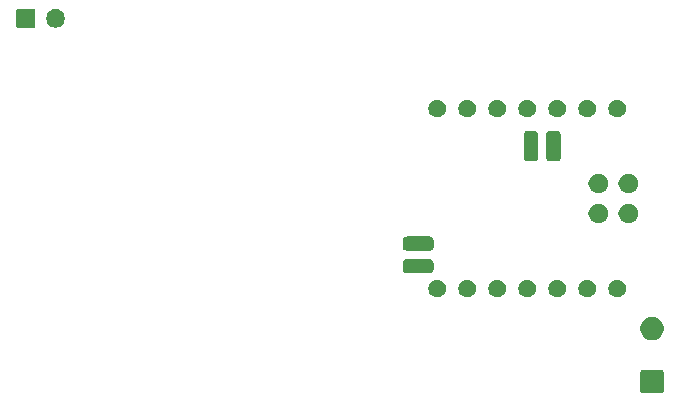
<source format=gbs>
G04 #@! TF.GenerationSoftware,KiCad,Pcbnew,9.0.3*
G04 #@! TF.CreationDate,2025-09-22T20:46:45+01:00*
G04 #@! TF.ProjectId,led_matrix,6c65645f-6d61-4747-9269-782e6b696361,rev?*
G04 #@! TF.SameCoordinates,Original*
G04 #@! TF.FileFunction,Soldermask,Bot*
G04 #@! TF.FilePolarity,Negative*
%FSLAX46Y46*%
G04 Gerber Fmt 4.6, Leading zero omitted, Abs format (unit mm)*
G04 Created by KiCad (PCBNEW 9.0.3) date 2025-09-22 20:46:45*
%MOMM*%
%LPD*%
G01*
G04 APERTURE LIST*
G04 APERTURE END LIST*
G36*
X85504850Y-144500964D02*
G01*
X85555040Y-144506787D01*
X85572189Y-144514359D01*
X85595671Y-144519030D01*
X85620810Y-144535827D01*
X85640696Y-144544608D01*
X85654277Y-144558189D01*
X85676777Y-144573223D01*
X85691810Y-144595722D01*
X85705391Y-144609303D01*
X85714170Y-144629186D01*
X85730970Y-144654329D01*
X85735641Y-144677812D01*
X85743212Y-144694959D01*
X85749033Y-144745139D01*
X85750000Y-144750000D01*
X85750000Y-146250000D01*
X85749032Y-146254863D01*
X85743212Y-146305040D01*
X85735641Y-146322185D01*
X85730970Y-146345671D01*
X85714169Y-146370815D01*
X85705391Y-146390696D01*
X85691812Y-146404274D01*
X85676777Y-146426777D01*
X85654274Y-146441812D01*
X85640696Y-146455391D01*
X85620815Y-146464169D01*
X85595671Y-146480970D01*
X85572185Y-146485641D01*
X85555040Y-146493212D01*
X85504861Y-146499032D01*
X85500000Y-146500000D01*
X84000000Y-146500000D01*
X83995138Y-146499032D01*
X83944959Y-146493212D01*
X83927812Y-146485641D01*
X83904329Y-146480970D01*
X83879186Y-146464170D01*
X83859303Y-146455391D01*
X83845722Y-146441810D01*
X83823223Y-146426777D01*
X83808189Y-146404277D01*
X83794608Y-146390696D01*
X83785827Y-146370810D01*
X83769030Y-146345671D01*
X83764359Y-146322189D01*
X83756787Y-146305040D01*
X83750964Y-146254849D01*
X83750000Y-146250000D01*
X83750000Y-144750000D01*
X83750964Y-144745150D01*
X83756787Y-144694959D01*
X83764359Y-144677808D01*
X83769030Y-144654329D01*
X83785826Y-144629191D01*
X83794608Y-144609303D01*
X83808191Y-144595719D01*
X83823223Y-144573223D01*
X83845719Y-144558191D01*
X83859303Y-144544608D01*
X83879191Y-144535826D01*
X83904329Y-144519030D01*
X83927808Y-144514359D01*
X83944959Y-144506787D01*
X83995151Y-144500964D01*
X84000000Y-144500000D01*
X85500000Y-144500000D01*
X85504850Y-144500964D01*
G37*
G36*
X85040285Y-140043060D02*
G01*
X85221397Y-140118079D01*
X85384393Y-140226990D01*
X85523010Y-140365607D01*
X85631921Y-140528603D01*
X85706940Y-140709715D01*
X85745185Y-140901983D01*
X85745185Y-141098017D01*
X85706940Y-141290285D01*
X85631921Y-141471397D01*
X85523010Y-141634393D01*
X85384393Y-141773010D01*
X85221397Y-141881921D01*
X85040285Y-141956940D01*
X84848017Y-141995185D01*
X84651983Y-141995185D01*
X84459715Y-141956940D01*
X84278603Y-141881921D01*
X84115607Y-141773010D01*
X83976990Y-141634393D01*
X83868079Y-141471397D01*
X83793060Y-141290285D01*
X83754815Y-141098017D01*
X83754815Y-140901983D01*
X83793060Y-140709715D01*
X83868079Y-140528603D01*
X83976990Y-140365607D01*
X84115607Y-140226990D01*
X84278603Y-140118079D01*
X84459715Y-140043060D01*
X84651983Y-140004815D01*
X84848017Y-140004815D01*
X85040285Y-140043060D01*
G37*
G36*
X66785397Y-136890811D02*
G01*
X66923404Y-136947976D01*
X67047608Y-137030966D01*
X67153234Y-137136592D01*
X67236224Y-137260796D01*
X67293389Y-137398803D01*
X67322531Y-137545311D01*
X67322531Y-137694689D01*
X67293389Y-137841197D01*
X67236224Y-137979204D01*
X67153234Y-138103408D01*
X67047608Y-138209034D01*
X66923404Y-138292024D01*
X66785397Y-138349189D01*
X66638889Y-138378331D01*
X66489511Y-138378331D01*
X66343003Y-138349189D01*
X66204996Y-138292024D01*
X66080792Y-138209034D01*
X65975166Y-138103408D01*
X65892176Y-137979204D01*
X65835011Y-137841197D01*
X65805869Y-137694689D01*
X65805869Y-137545311D01*
X65835011Y-137398803D01*
X65892176Y-137260796D01*
X65975166Y-137136592D01*
X66080792Y-137030966D01*
X66204996Y-136947976D01*
X66343003Y-136890811D01*
X66489511Y-136861669D01*
X66638889Y-136861669D01*
X66785397Y-136890811D01*
G37*
G36*
X69325397Y-136890811D02*
G01*
X69463404Y-136947976D01*
X69587608Y-137030966D01*
X69693234Y-137136592D01*
X69776224Y-137260796D01*
X69833389Y-137398803D01*
X69862531Y-137545311D01*
X69862531Y-137694689D01*
X69833389Y-137841197D01*
X69776224Y-137979204D01*
X69693234Y-138103408D01*
X69587608Y-138209034D01*
X69463404Y-138292024D01*
X69325397Y-138349189D01*
X69178889Y-138378331D01*
X69029511Y-138378331D01*
X68883003Y-138349189D01*
X68744996Y-138292024D01*
X68620792Y-138209034D01*
X68515166Y-138103408D01*
X68432176Y-137979204D01*
X68375011Y-137841197D01*
X68345869Y-137694689D01*
X68345869Y-137545311D01*
X68375011Y-137398803D01*
X68432176Y-137260796D01*
X68515166Y-137136592D01*
X68620792Y-137030966D01*
X68744996Y-136947976D01*
X68883003Y-136890811D01*
X69029511Y-136861669D01*
X69178889Y-136861669D01*
X69325397Y-136890811D01*
G37*
G36*
X71865397Y-136890811D02*
G01*
X72003404Y-136947976D01*
X72127608Y-137030966D01*
X72233234Y-137136592D01*
X72316224Y-137260796D01*
X72373389Y-137398803D01*
X72402531Y-137545311D01*
X72402531Y-137694689D01*
X72373389Y-137841197D01*
X72316224Y-137979204D01*
X72233234Y-138103408D01*
X72127608Y-138209034D01*
X72003404Y-138292024D01*
X71865397Y-138349189D01*
X71718889Y-138378331D01*
X71569511Y-138378331D01*
X71423003Y-138349189D01*
X71284996Y-138292024D01*
X71160792Y-138209034D01*
X71055166Y-138103408D01*
X70972176Y-137979204D01*
X70915011Y-137841197D01*
X70885869Y-137694689D01*
X70885869Y-137545311D01*
X70915011Y-137398803D01*
X70972176Y-137260796D01*
X71055166Y-137136592D01*
X71160792Y-137030966D01*
X71284996Y-136947976D01*
X71423003Y-136890811D01*
X71569511Y-136861669D01*
X71718889Y-136861669D01*
X71865397Y-136890811D01*
G37*
G36*
X74405397Y-136890811D02*
G01*
X74543404Y-136947976D01*
X74667608Y-137030966D01*
X74773234Y-137136592D01*
X74856224Y-137260796D01*
X74913389Y-137398803D01*
X74942531Y-137545311D01*
X74942531Y-137694689D01*
X74913389Y-137841197D01*
X74856224Y-137979204D01*
X74773234Y-138103408D01*
X74667608Y-138209034D01*
X74543404Y-138292024D01*
X74405397Y-138349189D01*
X74258889Y-138378331D01*
X74109511Y-138378331D01*
X73963003Y-138349189D01*
X73824996Y-138292024D01*
X73700792Y-138209034D01*
X73595166Y-138103408D01*
X73512176Y-137979204D01*
X73455011Y-137841197D01*
X73425869Y-137694689D01*
X73425869Y-137545311D01*
X73455011Y-137398803D01*
X73512176Y-137260796D01*
X73595166Y-137136592D01*
X73700792Y-137030966D01*
X73824996Y-136947976D01*
X73963003Y-136890811D01*
X74109511Y-136861669D01*
X74258889Y-136861669D01*
X74405397Y-136890811D01*
G37*
G36*
X76945397Y-136890811D02*
G01*
X77083404Y-136947976D01*
X77207608Y-137030966D01*
X77313234Y-137136592D01*
X77396224Y-137260796D01*
X77453389Y-137398803D01*
X77482531Y-137545311D01*
X77482531Y-137694689D01*
X77453389Y-137841197D01*
X77396224Y-137979204D01*
X77313234Y-138103408D01*
X77207608Y-138209034D01*
X77083404Y-138292024D01*
X76945397Y-138349189D01*
X76798889Y-138378331D01*
X76649511Y-138378331D01*
X76503003Y-138349189D01*
X76364996Y-138292024D01*
X76240792Y-138209034D01*
X76135166Y-138103408D01*
X76052176Y-137979204D01*
X75995011Y-137841197D01*
X75965869Y-137694689D01*
X75965869Y-137545311D01*
X75995011Y-137398803D01*
X76052176Y-137260796D01*
X76135166Y-137136592D01*
X76240792Y-137030966D01*
X76364996Y-136947976D01*
X76503003Y-136890811D01*
X76649511Y-136861669D01*
X76798889Y-136861669D01*
X76945397Y-136890811D01*
G37*
G36*
X79485397Y-136890811D02*
G01*
X79623404Y-136947976D01*
X79747608Y-137030966D01*
X79853234Y-137136592D01*
X79936224Y-137260796D01*
X79993389Y-137398803D01*
X80022531Y-137545311D01*
X80022531Y-137694689D01*
X79993389Y-137841197D01*
X79936224Y-137979204D01*
X79853234Y-138103408D01*
X79747608Y-138209034D01*
X79623404Y-138292024D01*
X79485397Y-138349189D01*
X79338889Y-138378331D01*
X79189511Y-138378331D01*
X79043003Y-138349189D01*
X78904996Y-138292024D01*
X78780792Y-138209034D01*
X78675166Y-138103408D01*
X78592176Y-137979204D01*
X78535011Y-137841197D01*
X78505869Y-137694689D01*
X78505869Y-137545311D01*
X78535011Y-137398803D01*
X78592176Y-137260796D01*
X78675166Y-137136592D01*
X78780792Y-137030966D01*
X78904996Y-136947976D01*
X79043003Y-136890811D01*
X79189511Y-136861669D01*
X79338889Y-136861669D01*
X79485397Y-136890811D01*
G37*
G36*
X82025397Y-136890811D02*
G01*
X82163404Y-136947976D01*
X82287608Y-137030966D01*
X82393234Y-137136592D01*
X82476224Y-137260796D01*
X82533389Y-137398803D01*
X82562531Y-137545311D01*
X82562531Y-137694689D01*
X82533389Y-137841197D01*
X82476224Y-137979204D01*
X82393234Y-138103408D01*
X82287608Y-138209034D01*
X82163404Y-138292024D01*
X82025397Y-138349189D01*
X81878889Y-138378331D01*
X81729511Y-138378331D01*
X81583003Y-138349189D01*
X81444996Y-138292024D01*
X81320792Y-138209034D01*
X81215166Y-138103408D01*
X81132176Y-137979204D01*
X81075011Y-137841197D01*
X81045869Y-137694689D01*
X81045869Y-137545311D01*
X81075011Y-137398803D01*
X81132176Y-137260796D01*
X81215166Y-137136592D01*
X81320792Y-137030966D01*
X81444996Y-136947976D01*
X81583003Y-136890811D01*
X81729511Y-136861669D01*
X81878889Y-136861669D01*
X82025397Y-136890811D01*
G37*
G36*
X66010623Y-135125301D02*
G01*
X66016294Y-135127945D01*
X66018452Y-135128260D01*
X66049125Y-135143254D01*
X66113171Y-135173120D01*
X66193180Y-135253129D01*
X66223055Y-135317197D01*
X66238039Y-135347847D01*
X66238353Y-135350002D01*
X66240999Y-135355677D01*
X66252100Y-135440000D01*
X66252100Y-135990000D01*
X66240999Y-136074323D01*
X66238352Y-136079997D01*
X66238039Y-136082152D01*
X66223065Y-136112780D01*
X66193180Y-136176871D01*
X66113171Y-136256880D01*
X66049080Y-136286765D01*
X66018452Y-136301739D01*
X66016297Y-136302052D01*
X66010623Y-136304699D01*
X65926300Y-136315800D01*
X63976300Y-136315800D01*
X63891977Y-136304699D01*
X63886302Y-136302053D01*
X63884147Y-136301739D01*
X63853497Y-136286755D01*
X63789429Y-136256880D01*
X63709420Y-136176871D01*
X63679554Y-136112825D01*
X63664560Y-136082152D01*
X63664245Y-136079994D01*
X63661601Y-136074323D01*
X63650500Y-135990000D01*
X63650500Y-135440000D01*
X63661601Y-135355677D01*
X63664245Y-135350006D01*
X63664560Y-135347847D01*
X63679564Y-135317153D01*
X63709420Y-135253129D01*
X63789429Y-135173120D01*
X63853453Y-135143264D01*
X63884147Y-135128260D01*
X63886306Y-135127945D01*
X63891977Y-135125301D01*
X63976300Y-135114200D01*
X65926300Y-135114200D01*
X66010623Y-135125301D01*
G37*
G36*
X66010623Y-133220301D02*
G01*
X66016294Y-133222945D01*
X66018452Y-133223260D01*
X66049125Y-133238254D01*
X66113171Y-133268120D01*
X66193180Y-133348129D01*
X66223055Y-133412197D01*
X66238039Y-133442847D01*
X66238353Y-133445002D01*
X66240999Y-133450677D01*
X66252100Y-133535000D01*
X66252100Y-134085000D01*
X66240999Y-134169323D01*
X66238352Y-134174997D01*
X66238039Y-134177152D01*
X66223065Y-134207780D01*
X66193180Y-134271871D01*
X66113171Y-134351880D01*
X66049080Y-134381765D01*
X66018452Y-134396739D01*
X66016297Y-134397052D01*
X66010623Y-134399699D01*
X65926300Y-134410800D01*
X63976300Y-134410800D01*
X63891977Y-134399699D01*
X63886302Y-134397053D01*
X63884147Y-134396739D01*
X63853497Y-134381755D01*
X63789429Y-134351880D01*
X63709420Y-134271871D01*
X63679554Y-134207825D01*
X63664560Y-134177152D01*
X63664245Y-134174994D01*
X63661601Y-134169323D01*
X63650500Y-134085000D01*
X63650500Y-133535000D01*
X63661601Y-133450677D01*
X63664245Y-133445006D01*
X63664560Y-133442847D01*
X63679564Y-133412153D01*
X63709420Y-133348129D01*
X63789429Y-133268120D01*
X63853453Y-133238264D01*
X63884147Y-133223260D01*
X63886306Y-133222945D01*
X63891977Y-133220301D01*
X63976300Y-133209200D01*
X65926300Y-133209200D01*
X66010623Y-133220301D01*
G37*
G36*
X80463442Y-130456601D02*
G01*
X80617387Y-130520367D01*
X80755934Y-130612941D01*
X80873759Y-130730766D01*
X80966333Y-130869313D01*
X81030099Y-131023258D01*
X81062607Y-131186685D01*
X81062607Y-131353315D01*
X81030099Y-131516742D01*
X80966333Y-131670687D01*
X80873759Y-131809234D01*
X80755934Y-131927059D01*
X80617387Y-132019633D01*
X80463442Y-132083399D01*
X80300015Y-132115907D01*
X80133385Y-132115907D01*
X79969958Y-132083399D01*
X79816013Y-132019633D01*
X79677466Y-131927059D01*
X79559641Y-131809234D01*
X79467067Y-131670687D01*
X79403301Y-131516742D01*
X79370793Y-131353315D01*
X79370793Y-131186685D01*
X79403301Y-131023258D01*
X79467067Y-130869313D01*
X79559641Y-130730766D01*
X79677466Y-130612941D01*
X79816013Y-130520367D01*
X79969958Y-130456601D01*
X80133385Y-130424093D01*
X80300015Y-130424093D01*
X80463442Y-130456601D01*
G37*
G36*
X83003442Y-130456601D02*
G01*
X83157387Y-130520367D01*
X83295934Y-130612941D01*
X83413759Y-130730766D01*
X83506333Y-130869313D01*
X83570099Y-131023258D01*
X83602607Y-131186685D01*
X83602607Y-131353315D01*
X83570099Y-131516742D01*
X83506333Y-131670687D01*
X83413759Y-131809234D01*
X83295934Y-131927059D01*
X83157387Y-132019633D01*
X83003442Y-132083399D01*
X82840015Y-132115907D01*
X82673385Y-132115907D01*
X82509958Y-132083399D01*
X82356013Y-132019633D01*
X82217466Y-131927059D01*
X82099641Y-131809234D01*
X82007067Y-131670687D01*
X81943301Y-131516742D01*
X81910793Y-131353315D01*
X81910793Y-131186685D01*
X81943301Y-131023258D01*
X82007067Y-130869313D01*
X82099641Y-130730766D01*
X82217466Y-130612941D01*
X82356013Y-130520367D01*
X82509958Y-130456601D01*
X82673385Y-130424093D01*
X82840015Y-130424093D01*
X83003442Y-130456601D01*
G37*
G36*
X80463442Y-127916601D02*
G01*
X80617387Y-127980367D01*
X80755934Y-128072941D01*
X80873759Y-128190766D01*
X80966333Y-128329313D01*
X81030099Y-128483258D01*
X81062607Y-128646685D01*
X81062607Y-128813315D01*
X81030099Y-128976742D01*
X80966333Y-129130687D01*
X80873759Y-129269234D01*
X80755934Y-129387059D01*
X80617387Y-129479633D01*
X80463442Y-129543399D01*
X80300015Y-129575907D01*
X80133385Y-129575907D01*
X79969958Y-129543399D01*
X79816013Y-129479633D01*
X79677466Y-129387059D01*
X79559641Y-129269234D01*
X79467067Y-129130687D01*
X79403301Y-128976742D01*
X79370793Y-128813315D01*
X79370793Y-128646685D01*
X79403301Y-128483258D01*
X79467067Y-128329313D01*
X79559641Y-128190766D01*
X79677466Y-128072941D01*
X79816013Y-127980367D01*
X79969958Y-127916601D01*
X80133385Y-127884093D01*
X80300015Y-127884093D01*
X80463442Y-127916601D01*
G37*
G36*
X83003442Y-127916601D02*
G01*
X83157387Y-127980367D01*
X83295934Y-128072941D01*
X83413759Y-128190766D01*
X83506333Y-128329313D01*
X83570099Y-128483258D01*
X83602607Y-128646685D01*
X83602607Y-128813315D01*
X83570099Y-128976742D01*
X83506333Y-129130687D01*
X83413759Y-129269234D01*
X83295934Y-129387059D01*
X83157387Y-129479633D01*
X83003442Y-129543399D01*
X82840015Y-129575907D01*
X82673385Y-129575907D01*
X82509958Y-129543399D01*
X82356013Y-129479633D01*
X82217466Y-129387059D01*
X82099641Y-129269234D01*
X82007067Y-129130687D01*
X81943301Y-128976742D01*
X81910793Y-128813315D01*
X81910793Y-128646685D01*
X81943301Y-128483258D01*
X82007067Y-128329313D01*
X82099641Y-128190766D01*
X82217466Y-128072941D01*
X82356013Y-127980367D01*
X82509958Y-127916601D01*
X82673385Y-127884093D01*
X82840015Y-127884093D01*
X83003442Y-127916601D01*
G37*
G36*
X74861023Y-124265301D02*
G01*
X74866694Y-124267945D01*
X74868852Y-124268260D01*
X74899525Y-124283254D01*
X74963571Y-124313120D01*
X75043580Y-124393129D01*
X75073455Y-124457197D01*
X75088439Y-124487847D01*
X75088753Y-124490002D01*
X75091399Y-124495677D01*
X75102500Y-124580000D01*
X75102500Y-126530000D01*
X75091399Y-126614323D01*
X75088752Y-126619997D01*
X75088439Y-126622152D01*
X75073465Y-126652780D01*
X75043580Y-126716871D01*
X74963571Y-126796880D01*
X74899480Y-126826765D01*
X74868852Y-126841739D01*
X74866697Y-126842052D01*
X74861023Y-126844699D01*
X74776700Y-126855800D01*
X74226700Y-126855800D01*
X74142377Y-126844699D01*
X74136702Y-126842053D01*
X74134547Y-126841739D01*
X74103897Y-126826755D01*
X74039829Y-126796880D01*
X73959820Y-126716871D01*
X73929954Y-126652825D01*
X73914960Y-126622152D01*
X73914645Y-126619994D01*
X73912001Y-126614323D01*
X73900900Y-126530000D01*
X73900900Y-124580000D01*
X73912001Y-124495677D01*
X73914645Y-124490006D01*
X73914960Y-124487847D01*
X73929964Y-124457153D01*
X73959820Y-124393129D01*
X74039829Y-124313120D01*
X74103853Y-124283264D01*
X74134547Y-124268260D01*
X74136706Y-124267945D01*
X74142377Y-124265301D01*
X74226700Y-124254200D01*
X74776700Y-124254200D01*
X74861023Y-124265301D01*
G37*
G36*
X76766023Y-124265301D02*
G01*
X76771694Y-124267945D01*
X76773852Y-124268260D01*
X76804525Y-124283254D01*
X76868571Y-124313120D01*
X76948580Y-124393129D01*
X76978455Y-124457197D01*
X76993439Y-124487847D01*
X76993753Y-124490002D01*
X76996399Y-124495677D01*
X77007500Y-124580000D01*
X77007500Y-126530000D01*
X76996399Y-126614323D01*
X76993752Y-126619997D01*
X76993439Y-126622152D01*
X76978465Y-126652780D01*
X76948580Y-126716871D01*
X76868571Y-126796880D01*
X76804480Y-126826765D01*
X76773852Y-126841739D01*
X76771697Y-126842052D01*
X76766023Y-126844699D01*
X76681700Y-126855800D01*
X76131700Y-126855800D01*
X76047377Y-126844699D01*
X76041702Y-126842053D01*
X76039547Y-126841739D01*
X76008897Y-126826755D01*
X75944829Y-126796880D01*
X75864820Y-126716871D01*
X75834954Y-126652825D01*
X75819960Y-126622152D01*
X75819645Y-126619994D01*
X75817001Y-126614323D01*
X75805900Y-126530000D01*
X75805900Y-124580000D01*
X75817001Y-124495677D01*
X75819645Y-124490006D01*
X75819960Y-124487847D01*
X75834964Y-124457153D01*
X75864820Y-124393129D01*
X75944829Y-124313120D01*
X76008853Y-124283264D01*
X76039547Y-124268260D01*
X76041706Y-124267945D01*
X76047377Y-124265301D01*
X76131700Y-124254200D01*
X76681700Y-124254200D01*
X76766023Y-124265301D01*
G37*
G36*
X66785397Y-121650811D02*
G01*
X66923404Y-121707976D01*
X67047608Y-121790966D01*
X67153234Y-121896592D01*
X67236224Y-122020796D01*
X67293389Y-122158803D01*
X67322531Y-122305311D01*
X67322531Y-122454689D01*
X67293389Y-122601197D01*
X67236224Y-122739204D01*
X67153234Y-122863408D01*
X67047608Y-122969034D01*
X66923404Y-123052024D01*
X66785397Y-123109189D01*
X66638889Y-123138331D01*
X66489511Y-123138331D01*
X66343003Y-123109189D01*
X66204996Y-123052024D01*
X66080792Y-122969034D01*
X65975166Y-122863408D01*
X65892176Y-122739204D01*
X65835011Y-122601197D01*
X65805869Y-122454689D01*
X65805869Y-122305311D01*
X65835011Y-122158803D01*
X65892176Y-122020796D01*
X65975166Y-121896592D01*
X66080792Y-121790966D01*
X66204996Y-121707976D01*
X66343003Y-121650811D01*
X66489511Y-121621669D01*
X66638889Y-121621669D01*
X66785397Y-121650811D01*
G37*
G36*
X69325397Y-121650811D02*
G01*
X69463404Y-121707976D01*
X69587608Y-121790966D01*
X69693234Y-121896592D01*
X69776224Y-122020796D01*
X69833389Y-122158803D01*
X69862531Y-122305311D01*
X69862531Y-122454689D01*
X69833389Y-122601197D01*
X69776224Y-122739204D01*
X69693234Y-122863408D01*
X69587608Y-122969034D01*
X69463404Y-123052024D01*
X69325397Y-123109189D01*
X69178889Y-123138331D01*
X69029511Y-123138331D01*
X68883003Y-123109189D01*
X68744996Y-123052024D01*
X68620792Y-122969034D01*
X68515166Y-122863408D01*
X68432176Y-122739204D01*
X68375011Y-122601197D01*
X68345869Y-122454689D01*
X68345869Y-122305311D01*
X68375011Y-122158803D01*
X68432176Y-122020796D01*
X68515166Y-121896592D01*
X68620792Y-121790966D01*
X68744996Y-121707976D01*
X68883003Y-121650811D01*
X69029511Y-121621669D01*
X69178889Y-121621669D01*
X69325397Y-121650811D01*
G37*
G36*
X71865397Y-121650811D02*
G01*
X72003404Y-121707976D01*
X72127608Y-121790966D01*
X72233234Y-121896592D01*
X72316224Y-122020796D01*
X72373389Y-122158803D01*
X72402531Y-122305311D01*
X72402531Y-122454689D01*
X72373389Y-122601197D01*
X72316224Y-122739204D01*
X72233234Y-122863408D01*
X72127608Y-122969034D01*
X72003404Y-123052024D01*
X71865397Y-123109189D01*
X71718889Y-123138331D01*
X71569511Y-123138331D01*
X71423003Y-123109189D01*
X71284996Y-123052024D01*
X71160792Y-122969034D01*
X71055166Y-122863408D01*
X70972176Y-122739204D01*
X70915011Y-122601197D01*
X70885869Y-122454689D01*
X70885869Y-122305311D01*
X70915011Y-122158803D01*
X70972176Y-122020796D01*
X71055166Y-121896592D01*
X71160792Y-121790966D01*
X71284996Y-121707976D01*
X71423003Y-121650811D01*
X71569511Y-121621669D01*
X71718889Y-121621669D01*
X71865397Y-121650811D01*
G37*
G36*
X74405397Y-121650811D02*
G01*
X74543404Y-121707976D01*
X74667608Y-121790966D01*
X74773234Y-121896592D01*
X74856224Y-122020796D01*
X74913389Y-122158803D01*
X74942531Y-122305311D01*
X74942531Y-122454689D01*
X74913389Y-122601197D01*
X74856224Y-122739204D01*
X74773234Y-122863408D01*
X74667608Y-122969034D01*
X74543404Y-123052024D01*
X74405397Y-123109189D01*
X74258889Y-123138331D01*
X74109511Y-123138331D01*
X73963003Y-123109189D01*
X73824996Y-123052024D01*
X73700792Y-122969034D01*
X73595166Y-122863408D01*
X73512176Y-122739204D01*
X73455011Y-122601197D01*
X73425869Y-122454689D01*
X73425869Y-122305311D01*
X73455011Y-122158803D01*
X73512176Y-122020796D01*
X73595166Y-121896592D01*
X73700792Y-121790966D01*
X73824996Y-121707976D01*
X73963003Y-121650811D01*
X74109511Y-121621669D01*
X74258889Y-121621669D01*
X74405397Y-121650811D01*
G37*
G36*
X76945397Y-121650811D02*
G01*
X77083404Y-121707976D01*
X77207608Y-121790966D01*
X77313234Y-121896592D01*
X77396224Y-122020796D01*
X77453389Y-122158803D01*
X77482531Y-122305311D01*
X77482531Y-122454689D01*
X77453389Y-122601197D01*
X77396224Y-122739204D01*
X77313234Y-122863408D01*
X77207608Y-122969034D01*
X77083404Y-123052024D01*
X76945397Y-123109189D01*
X76798889Y-123138331D01*
X76649511Y-123138331D01*
X76503003Y-123109189D01*
X76364996Y-123052024D01*
X76240792Y-122969034D01*
X76135166Y-122863408D01*
X76052176Y-122739204D01*
X75995011Y-122601197D01*
X75965869Y-122454689D01*
X75965869Y-122305311D01*
X75995011Y-122158803D01*
X76052176Y-122020796D01*
X76135166Y-121896592D01*
X76240792Y-121790966D01*
X76364996Y-121707976D01*
X76503003Y-121650811D01*
X76649511Y-121621669D01*
X76798889Y-121621669D01*
X76945397Y-121650811D01*
G37*
G36*
X79485397Y-121650811D02*
G01*
X79623404Y-121707976D01*
X79747608Y-121790966D01*
X79853234Y-121896592D01*
X79936224Y-122020796D01*
X79993389Y-122158803D01*
X80022531Y-122305311D01*
X80022531Y-122454689D01*
X79993389Y-122601197D01*
X79936224Y-122739204D01*
X79853234Y-122863408D01*
X79747608Y-122969034D01*
X79623404Y-123052024D01*
X79485397Y-123109189D01*
X79338889Y-123138331D01*
X79189511Y-123138331D01*
X79043003Y-123109189D01*
X78904996Y-123052024D01*
X78780792Y-122969034D01*
X78675166Y-122863408D01*
X78592176Y-122739204D01*
X78535011Y-122601197D01*
X78505869Y-122454689D01*
X78505869Y-122305311D01*
X78535011Y-122158803D01*
X78592176Y-122020796D01*
X78675166Y-121896592D01*
X78780792Y-121790966D01*
X78904996Y-121707976D01*
X79043003Y-121650811D01*
X79189511Y-121621669D01*
X79338889Y-121621669D01*
X79485397Y-121650811D01*
G37*
G36*
X82025397Y-121650811D02*
G01*
X82163404Y-121707976D01*
X82287608Y-121790966D01*
X82393234Y-121896592D01*
X82476224Y-122020796D01*
X82533389Y-122158803D01*
X82562531Y-122305311D01*
X82562531Y-122454689D01*
X82533389Y-122601197D01*
X82476224Y-122739204D01*
X82393234Y-122863408D01*
X82287608Y-122969034D01*
X82163404Y-123052024D01*
X82025397Y-123109189D01*
X81878889Y-123138331D01*
X81729511Y-123138331D01*
X81583003Y-123109189D01*
X81444996Y-123052024D01*
X81320792Y-122969034D01*
X81215166Y-122863408D01*
X81132176Y-122739204D01*
X81075011Y-122601197D01*
X81045869Y-122454689D01*
X81045869Y-122305311D01*
X81075011Y-122158803D01*
X81132176Y-122020796D01*
X81215166Y-121896592D01*
X81320792Y-121790966D01*
X81444996Y-121707976D01*
X81583003Y-121650811D01*
X81729511Y-121621669D01*
X81878889Y-121621669D01*
X82025397Y-121650811D01*
G37*
G36*
X32438034Y-113966764D02*
G01*
X32471125Y-113988875D01*
X32493236Y-114021966D01*
X32501000Y-114061000D01*
X32501000Y-115439000D01*
X32493236Y-115478034D01*
X32471125Y-115511125D01*
X32438034Y-115533236D01*
X32399000Y-115541000D01*
X31021000Y-115541000D01*
X30981966Y-115533236D01*
X30948875Y-115511125D01*
X30926764Y-115478034D01*
X30919000Y-115439000D01*
X30919000Y-114061000D01*
X30926764Y-114021966D01*
X30948875Y-113988875D01*
X30981966Y-113966764D01*
X31021000Y-113959000D01*
X32399000Y-113959000D01*
X32438034Y-113966764D01*
G37*
G36*
X34479615Y-113993060D02*
G01*
X34622875Y-114052400D01*
X34751805Y-114138549D01*
X34861451Y-114248195D01*
X34947600Y-114377125D01*
X35006940Y-114520385D01*
X35037191Y-114672468D01*
X35037191Y-114827532D01*
X35006940Y-114979615D01*
X34947600Y-115122875D01*
X34861451Y-115251805D01*
X34751805Y-115361451D01*
X34622875Y-115447600D01*
X34479615Y-115506940D01*
X34327532Y-115537191D01*
X34172468Y-115537191D01*
X34020385Y-115506940D01*
X33877125Y-115447600D01*
X33748195Y-115361451D01*
X33638549Y-115251805D01*
X33552400Y-115122875D01*
X33493060Y-114979615D01*
X33462809Y-114827532D01*
X33462809Y-114672468D01*
X33493060Y-114520385D01*
X33552400Y-114377125D01*
X33638549Y-114248195D01*
X33748195Y-114138549D01*
X33877125Y-114052400D01*
X34020385Y-113993060D01*
X34172468Y-113962809D01*
X34327532Y-113962809D01*
X34479615Y-113993060D01*
G37*
M02*

</source>
